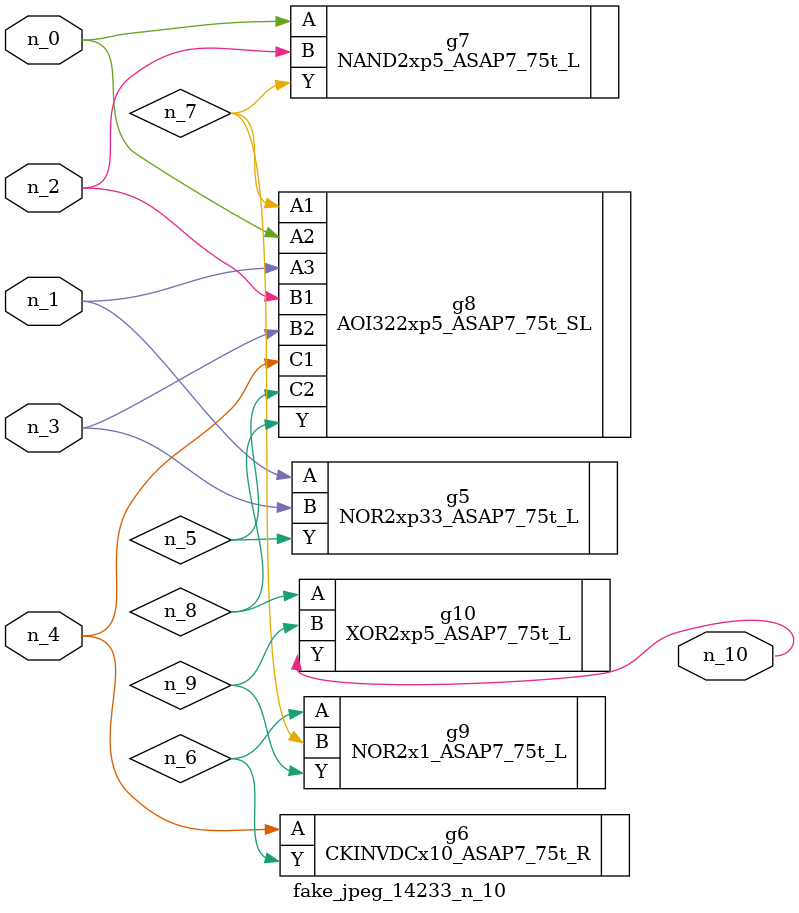
<source format=v>
module fake_jpeg_14233_n_10 (n_3, n_2, n_1, n_0, n_4, n_10);

input n_3;
input n_2;
input n_1;
input n_0;
input n_4;

output n_10;

wire n_8;
wire n_9;
wire n_6;
wire n_5;
wire n_7;

NOR2xp33_ASAP7_75t_L g5 ( 
.A(n_1),
.B(n_3),
.Y(n_5)
);

CKINVDCx10_ASAP7_75t_R g6 ( 
.A(n_4),
.Y(n_6)
);

NAND2xp5_ASAP7_75t_L g7 ( 
.A(n_0),
.B(n_2),
.Y(n_7)
);

AOI322xp5_ASAP7_75t_SL g8 ( 
.A1(n_7),
.A2(n_0),
.A3(n_1),
.B1(n_2),
.B2(n_3),
.C1(n_4),
.C2(n_5),
.Y(n_8)
);

XOR2xp5_ASAP7_75t_L g10 ( 
.A(n_8),
.B(n_9),
.Y(n_10)
);

NOR2x1_ASAP7_75t_L g9 ( 
.A(n_6),
.B(n_7),
.Y(n_9)
);


endmodule
</source>
